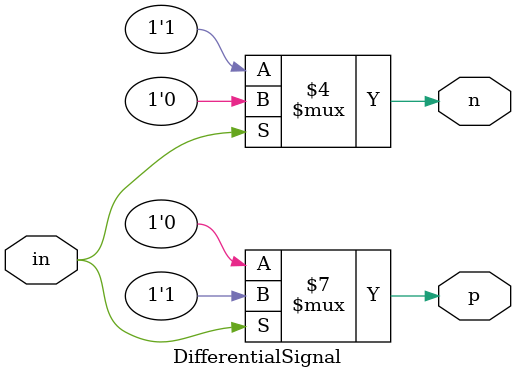
<source format=v>
`timescale 1ns / 1ps


module DifferentialSignal(

	input in,
	output reg p,
	output reg n
);

always@*
	begin
		if (in == 1)
			begin
				p <= 1;
				n <= 0;
			end
		else
			begin
				p <= 0;
				n <= 1;
			end
	end
	

endmodule 
</source>
